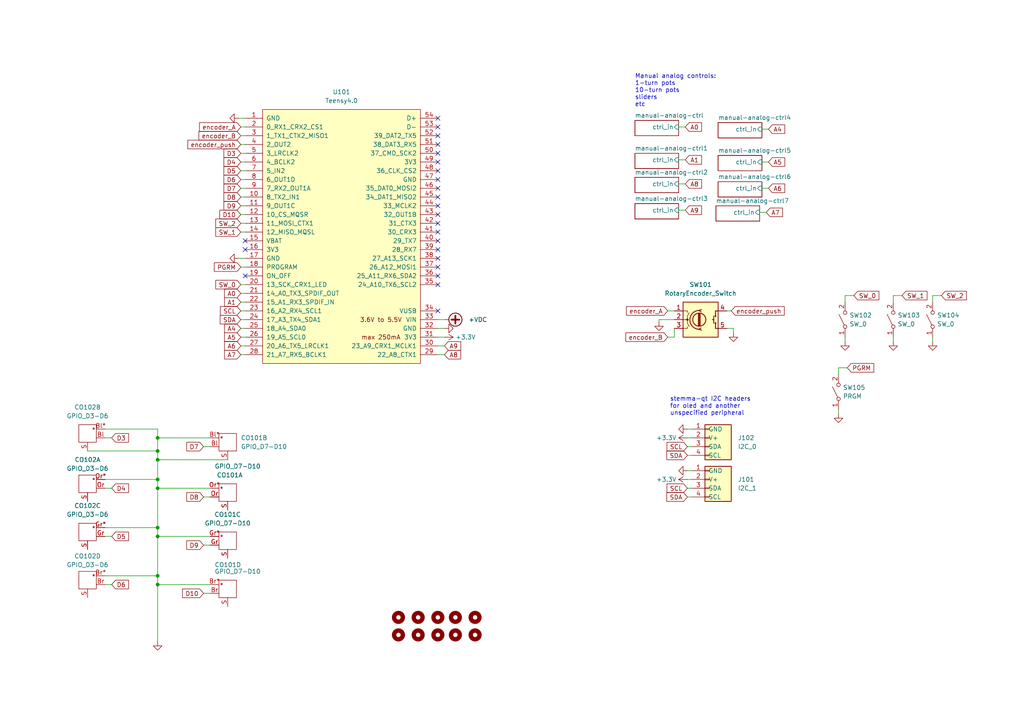
<source format=kicad_sch>
(kicad_sch (version 20230121) (generator eeschema)
  (paper "A4")
  (lib_symbols
    (symbol "Device:RotaryEncoder_Switch" (pin_names (offset 0.254) hide)
      (property "Reference" "SW101" (at 0 10.16 0))
      (property "Value" "RotaryEncoder_Switch" (at 0 7.62 0))
      (symbol "RotaryEncoder_Switch_0_1"
        (rectangle (start -5.08 5.08) (end 5.08 -5.08) (stroke (width 0.254)) (fill (type background)))
        (circle (center -3.81 0) (radius 0.254) (fill (type outline)))
        (circle (center -0.381 0) (radius 1.905) (stroke (width 0.254)))
        (arc (start -0.381 2.667) (mid -3.0988 -0.0635) (end -0.381 -2.794) (stroke (width 0.254)))
        (polyline (pts (xy -0.635 -1.778) (xy -0.635 1.778)) (stroke (width 0.254)))
        (polyline (pts (xy -0.381 -1.778) (xy -0.381 1.778)) (stroke (width 0.254)))
        (polyline (pts (xy -0.127 1.778) (xy -0.127 -1.778)) (stroke (width 0.254)))
        (polyline (pts (xy 3.81 0) (xy 3.429 0)) (stroke (width 0.254)))
        (polyline (pts (xy 3.81 1.016) (xy 3.81 -1.016)) (stroke (width 0.254)))
        (polyline (pts (xy -5.08 -2.54) (xy -3.81 -2.54) (xy -3.81 -2.032)))
        (polyline (pts (xy -5.08 2.54) (xy -3.81 2.54) (xy -3.81 2.032)))
        (polyline (pts (xy 0.254 -3.048) (xy -0.508 -2.794) (xy 0.127 -2.413)) (stroke (width 0.254)))
        (polyline (pts (xy 0.254 2.921) (xy -0.508 2.667) (xy 0.127 2.286)) (stroke (width 0.254)))
        (polyline (pts (xy 5.08 -2.54) (xy 4.318 -2.54) (xy 4.318 -1.016)) (stroke (width 0.254)))
        (polyline (pts (xy 5.08 2.54) (xy 4.318 2.54) (xy 4.318 1.016)) (stroke (width 0.254)))
        (polyline (pts (xy -5.08 0) (xy -3.81 0) (xy -3.81 -1.016) (xy -3.302 -2.032)))
        (polyline (pts (xy -4.318 0) (xy -3.81 0) (xy -3.81 1.016) (xy -3.302 2.032)))
        (circle (center 4.318 -1.016) (radius 0.127) (stroke (width 0.254)))
        (circle (center 4.318 1.016) (radius 0.127) (stroke (width 0.254)))
      )
      (symbol "RotaryEncoder_Switch_1_1"
        (pin passive line (at -7.62 2.54 0) (length 2.54) (name "A") (number "1"))
        (pin passive line (at -7.62 0 0) (length 2.54) (name "C") (number "2"))
        (pin passive line (at -7.62 -2.54 0) (length 2.54) (name "B") (number "3"))
        (pin passive line (at 7.62 2.54 180) (length 2.54) (name "S1") (number "4"))
        (pin passive line (at 7.62 -2.54 180) (length 2.54) (name "S2") (number "5"))
      )
    )
    (symbol "Mechanical:MountingHole" (pin_names (offset 1.016))
      (property "Reference" "H" (at 0 5.08 0))
      (property "Value" "MountingHole" (at 0 3.175 0))
      (symbol "MountingHole_0_1"
        (circle (center 0 0) (radius 1.27) (stroke (width 1.27)))
      )
    )
    (symbol "Switch:SW_SPST" (pin_names (offset 0) hide)
      (property "Reference" "SW" (at 0 3.175 0))
      (property "Value" "SW_SPST" (at 0 -2.54 0))
      (symbol "SW_SPST_0_0"
        (circle (center -2.032 0) (radius 0.508))
        (polyline (pts (xy -1.524 0.254) (xy 1.524 1.778)))
        (circle (center 2.032 0) (radius 0.508))
      )
      (symbol "SW_SPST_1_1"
        (pin passive line (at -5.08 0 0) (length 2.54) (name "A") (number "1"))
        (pin passive line (at 5.08 0 180) (length 2.54) (name "B") (number "2"))
      )
    )
    (symbol "matterwave:RJ45" (pin_names (offset 1.016))
      (property "Reference" "CO" (at -5.334 1.778 0))
      (property "Value" "RJ45" (at -0.254 3.81 0))
      (symbol "RJ45_0_0"
        (text "*" (at 1.778 1.016 0) (effects (font (size 1.27 1.27))))
      )
      (symbol "RJ45_0_1"
        (rectangle (start -2.54 2.54) (end 2.54 -2.54))
        (pin input line (at 0 -5.08 90) (length 2.54) (name "~") (number "S"))
      )
      (symbol "RJ45_1_1"
        (pin input line (at 5.08 -1.27 180) (length 2.54) (name "~") (number "Or"))
        (pin input line (at 5.08 1.27 180) (length 2.54) (name "~") (number "Or*"))
      )
      (symbol "RJ45_2_1"
        (pin input line (at 5.08 -1.27 180) (length 2.54) (name "~") (number "Bl"))
        (pin input line (at 5.08 1.27 180) (length 2.54) (name "~") (number "Bl*"))
      )
      (symbol "RJ45_3_1"
        (pin input line (at 5.08 -1.27 180) (length 2.54) (name "~") (number "Gr"))
        (pin input line (at 5.08 1.27 180) (length 2.54) (name "~") (number "Gr*"))
      )
      (symbol "RJ45_4_1"
        (pin input line (at 5.08 -1.27 180) (length 2.54) (name "~") (number "Br"))
        (pin input line (at 5.08 1.27 180) (length 2.54) (name "~") (number "Br*"))
      )
    )
    (symbol "matterwave:stemma-qt" (pin_names (offset 1.016))
      (property "Reference" "J" (at 0 5.08 0))
      (property "Value" "stemma-qt" (at 0 -7.62 0))
      (symbol "stemma-qt_0_1"
        (rectangle (start -1.27 3.81) (end 6.35 -6.35) (stroke (width 0.254)) (fill (type background)))
      )
      (symbol "stemma-qt_1_1"
        (rectangle (start -1.27 -4.953) (end 0 -5.207) (stroke (width 0.1524)))
        (rectangle (start -1.27 -2.413) (end 0 -2.667) (stroke (width 0.1524)))
        (rectangle (start -1.27 0.127) (end 0 -0.127) (stroke (width 0.1524)))
        (rectangle (start -1.27 2.667) (end 0 2.413) (stroke (width 0.1524)))
        (pin power_in line (at -5.08 2.54 0) (length 3.81) (name "GND") (number "1"))
        (pin power_in line (at -5.08 0 0) (length 3.81) (name "V+") (number "2"))
        (pin bidirectional line (at -5.08 -2.54 0) (length 3.81) (name "SDA") (number "3"))
        (pin bidirectional line (at -5.08 -5.08 0) (length 3.81) (name "SCL") (number "4"))
      )
    )
    (symbol "power:+3.3V" (power) (pin_names (offset 0))
      (property "Value" "+3.3V" (at 0 3.556 0))
      (symbol "+3.3V_0_1"
        (polyline (pts (xy -0.762 1.27) (xy 0 2.54)))
        (polyline (pts (xy 0 0) (xy 0 2.54)))
        (polyline (pts (xy 0 2.54) (xy 0.762 1.27)))
      )
      (symbol "+3.3V_1_1"
        (pin power_in line (at 0 0 90) (length 0) hide (name "+3.3V") (number "1"))
      )
    )
    (symbol "power:+VDC" (power) (pin_names (offset 0))
      (property "Value" "+VDC" (at 0 6.35 0))
      (symbol "+VDC_0_1"
        (polyline (pts (xy -1.143 3.175) (xy 1.143 3.175)) (stroke (width 0.508)))
        (polyline (pts (xy 0 0) (xy 0 1.27)))
        (polyline (pts (xy 0 2.032) (xy 0 4.318)) (stroke (width 0.508)))
        (circle (center 0 3.175) (radius 1.905) (stroke (width 0.254)))
      )
      (symbol "+VDC_1_1"
        (pin power_in line (at 0 0 90) (length 0) hide (name "+VDC") (number "1"))
      )
    )
    (symbol "power:GND" (power) (pin_names (offset 0))
      (property "Value" "GND" (at 0 -3.81 0))
      (symbol "GND_0_1"
        (polyline (pts (xy 0 0) (xy 0 -1.27) (xy 1.27 -1.27) (xy 0 -2.54) (xy -1.27 -1.27) (xy 0 -1.27)))
      )
      (symbol "GND_1_1"
        (pin power_in line (at 0 0 270) (length 0) hide (name "GND") (number "1"))
      )
    )
    (symbol "teensy:Teensy4.0" (pin_names (offset 1.016))
      (property "Reference" "U" (at 0 39.37 0))
      (property "Value" "Teensy4.0" (at 0 -39.37 0))
      (symbol "Teensy4.0_0_0"
        (text "3.6V to 5.5V" (at 11.43 -24.13 0) (effects (font (size 1.27 1.27))))
        (text "max 250mA" (at 11.43 -29.21 0) (effects (font (size 1.27 1.27))))
        (pin bidirectional line (at -27.94 11.43 0) (length 5.08) (name "8_TX2_IN1") (number "10"))
        (pin bidirectional line (at -27.94 8.89 0) (length 5.08) (name "9_OUT1C") (number "11"))
        (pin bidirectional line (at -27.94 6.35 0) (length 5.08) (name "10_CS_MQSR") (number "12"))
        (pin bidirectional line (at -27.94 3.81 0) (length 5.08) (name "11_MOSI_CTX1") (number "13"))
        (pin bidirectional line (at -27.94 1.27 0) (length 5.08) (name "12_MISO_MQSL") (number "14"))
        (pin power_in line (at -27.94 -1.27 0) (length 5.08) (name "VBAT") (number "15"))
        (pin power_in line (at -27.94 -3.81 0) (length 5.08) (name "3V3") (number "16"))
        (pin power_in line (at -27.94 -6.35 0) (length 5.08) (name "GND") (number "17"))
        (pin input line (at -27.94 -8.89 0) (length 5.08) (name "PROGRAM") (number "18"))
        (pin input line (at -27.94 -11.43 0) (length 5.08) (name "ON_OFF") (number "19"))
        (pin bidirectional line (at -27.94 -13.97 0) (length 5.08) (name "13_SCK_CRX1_LED") (number "20"))
        (pin bidirectional line (at -27.94 -16.51 0) (length 5.08) (name "14_A0_TX3_SPDIF_OUT") (number "21"))
        (pin bidirectional line (at -27.94 -19.05 0) (length 5.08) (name "15_A1_RX3_SPDIF_IN") (number "22"))
        (pin bidirectional line (at -27.94 -21.59 0) (length 5.08) (name "16_A2_RX4_SCL1") (number "23"))
        (pin bidirectional line (at -27.94 -24.13 0) (length 5.08) (name "17_A3_TX4_SDA1") (number "24"))
        (pin bidirectional line (at -27.94 -26.67 0) (length 5.08) (name "18_A4_SDA0") (number "25"))
        (pin bidirectional line (at -27.94 -29.21 0) (length 5.08) (name "19_A5_SCL0") (number "26"))
        (pin bidirectional line (at -27.94 -31.75 0) (length 5.08) (name "20_A6_TX5_LRCLK1") (number "27"))
        (pin bidirectional line (at -27.94 -34.29 0) (length 5.08) (name "21_A7_RX5_BCLK1") (number "28"))
        (pin bidirectional line (at 27.94 -34.29 180) (length 5.08) (name "22_A8_CTX1") (number "29"))
        (pin bidirectional line (at 27.94 -31.75 180) (length 5.08) (name "23_A9_CRX1_MCLK1") (number "30"))
        (pin power_out line (at 27.94 -29.21 180) (length 5.08) (name "3V3") (number "31"))
        (pin power_in line (at 27.94 -26.67 180) (length 5.08) (name "GND") (number "32"))
        (pin power_in line (at 27.94 -24.13 180) (length 5.08) (name "VIN") (number "33"))
        (pin power_out line (at 27.94 -21.59 180) (length 5.08) (name "VUSB") (number "34"))
        (pin bidirectional line (at 27.94 -13.97 180) (length 5.08) (name "24_A10_TX6_SCL2") (number "35"))
        (pin bidirectional line (at 27.94 -11.43 180) (length 5.08) (name "25_A11_RX6_SDA2") (number "36"))
        (pin bidirectional line (at 27.94 -8.89 180) (length 5.08) (name "26_A12_MOSI1") (number "37"))
        (pin bidirectional line (at 27.94 -6.35 180) (length 5.08) (name "27_A13_SCK1") (number "38"))
        (pin bidirectional line (at 27.94 -3.81 180) (length 5.08) (name "28_RX7") (number "39"))
        (pin bidirectional line (at 27.94 -1.27 180) (length 5.08) (name "29_TX7") (number "40"))
        (pin bidirectional line (at 27.94 1.27 180) (length 5.08) (name "30_CRX3") (number "41"))
        (pin bidirectional line (at 27.94 3.81 180) (length 5.08) (name "31_CTX3") (number "42"))
        (pin bidirectional line (at 27.94 6.35 180) (length 5.08) (name "32_OUT1B") (number "43"))
        (pin bidirectional line (at 27.94 8.89 180) (length 5.08) (name "33_MCLK2") (number "44"))
        (pin bidirectional line (at 27.94 11.43 180) (length 5.08) (name "34_DAT1_MISO2") (number "45"))
        (pin bidirectional line (at 27.94 13.97 180) (length 5.08) (name "35_DAT0_MOSI2") (number "46"))
        (pin power_out line (at 27.94 16.51 180) (length 5.08) (name "GND") (number "47"))
        (pin bidirectional line (at 27.94 19.05 180) (length 5.08) (name "36_CLK_CS2") (number "48"))
        (pin power_out line (at 27.94 21.59 180) (length 5.08) (name "3V3") (number "49"))
        (pin bidirectional line (at -27.94 24.13 0) (length 5.08) (name "3_LRCLK2") (number "5"))
        (pin bidirectional line (at 27.94 24.13 180) (length 5.08) (name "37_CMD_SCK2") (number "50"))
        (pin bidirectional line (at 27.94 26.67 180) (length 5.08) (name "38_DAT3_RX5") (number "51"))
        (pin bidirectional line (at 27.94 29.21 180) (length 5.08) (name "39_DAT2_TX5") (number "52"))
        (pin bidirectional line (at 27.94 31.75 180) (length 5.08) (name "D-") (number "53"))
        (pin bidirectional line (at 27.94 34.29 180) (length 5.08) (name "D+") (number "54"))
        (pin bidirectional line (at -27.94 21.59 0) (length 5.08) (name "4_BCLK2") (number "6"))
        (pin bidirectional line (at -27.94 19.05 0) (length 5.08) (name "5_IN2") (number "7"))
        (pin bidirectional line (at -27.94 16.51 0) (length 5.08) (name "6_OUT1D") (number "8"))
        (pin bidirectional line (at -27.94 13.97 0) (length 5.08) (name "7_RX2_OUT1A") (number "9"))
      )
      (symbol "Teensy4.0_0_1"
        (rectangle (start -20.32 -31.75) (end -20.32 -31.75))
      )
      (symbol "Teensy4.0_1_1"
        (rectangle (start -22.86 36.83) (end 22.86 -36.83) (fill (type background)))
        (pin power_in line (at -27.94 34.29 0) (length 5.08) (name "GND") (number "1"))
        (pin bidirectional line (at -27.94 31.75 0) (length 5.08) (name "0_RX1_CRX2_CS1") (number "2"))
        (pin bidirectional line (at -27.94 29.21 0) (length 5.08) (name "1_TX1_CTX2_MISO1") (number "3"))
        (pin bidirectional line (at -27.94 26.67 0) (length 5.08) (name "2_OUT2") (number "4"))
      )
    )
  )
  (junction (at 45.72 169.545))
  (junction (at 45.72 127))
  (junction (at 45.72 130.81))
  (junction (at 45.72 139.065))
  (junction (at 45.72 167.005))
  (junction (at 45.72 155.575))
  (junction (at 45.72 141.605))
  (junction (at 45.72 133.35))
  (junction (at 45.72 153.035))
  (no_connect (at 127 64.77))
  (no_connect (at 127 39.37))
  (no_connect (at 127 54.61))
  (no_connect (at 127 34.29))
  (no_connect (at 127 82.55))
  (no_connect (at 127 80.01))
  (no_connect (at 127 69.85))
  (no_connect (at 127 36.83))
  (no_connect (at 127 74.93))
  (no_connect (at 127 46.99))
  (no_connect (at 71.12 80.01))
  (no_connect (at 127 72.39))
  (no_connect (at 127 90.17))
  (no_connect (at 127 62.23))
  (no_connect (at 71.12 72.39))
  (no_connect (at 127 59.69))
  (no_connect (at 127 44.45))
  (no_connect (at 127 52.07))
  (no_connect (at 71.12 69.85))
  (no_connect (at 127 57.15))
  (no_connect (at 127 49.53))
  (no_connect (at 127 41.91))
  (no_connect (at 127 77.47))
  (no_connect (at 127 67.31))
  (wire (pts (xy 45.72 133.35) (xy 66.04 133.35)))
  (wire (pts (xy 245.11 85.725) (xy 245.11 87.63)))
  (wire (pts (xy 261.62 85.725) (xy 259.08 85.725)))
  (wire (pts (xy 210.82 95.25) (xy 212.725 95.25)))
  (wire (pts (xy 69.215 34.29) (xy 71.12 34.29)))
  (wire (pts (xy 69.85 57.15) (xy 71.12 57.15)))
  (wire (pts (xy 196.85 60.96) (xy 198.755 60.96)))
  (wire (pts (xy 196.85 36.83) (xy 198.755 36.83)))
  (wire (pts (xy 30.48 127) (xy 32.385 127)))
  (wire (pts (xy 127 102.87) (xy 128.905 102.87)))
  (wire (pts (xy 60.96 141.605) (xy 45.72 141.605)))
  (wire (pts (xy 45.72 127) (xy 45.72 130.81)))
  (wire (pts (xy 69.85 102.87) (xy 71.12 102.87)))
  (wire (pts (xy 127 92.71) (xy 128.905 92.71)))
  (wire (pts (xy 69.85 62.23) (xy 71.12 62.23)))
  (wire (pts (xy 60.96 144.145) (xy 59.055 144.145)))
  (wire (pts (xy 196.85 46.355) (xy 198.755 46.355)))
  (wire (pts (xy 25.4 130.81) (xy 45.72 130.81)))
  (wire (pts (xy 243.205 118.745) (xy 243.205 120.015)))
  (wire (pts (xy 220.345 61.595) (xy 222.25 61.595)))
  (wire (pts (xy 45.72 169.545) (xy 45.72 186.055)))
  (wire (pts (xy 60.96 155.575) (xy 45.72 155.575)))
  (wire (pts (xy 212.725 95.25) (xy 212.725 96.52)))
  (wire (pts (xy 30.48 167.005) (xy 45.72 167.005)))
  (wire (pts (xy 30.48 139.065) (xy 45.72 139.065)))
  (wire (pts (xy 69.85 95.25) (xy 71.12 95.25)))
  (wire (pts (xy 30.48 141.605) (xy 32.385 141.605)))
  (wire (pts (xy 60.96 158.115) (xy 59.055 158.115)))
  (wire (pts (xy 30.48 153.035) (xy 45.72 153.035)))
  (wire (pts (xy 69.215 74.93) (xy 71.12 74.93)))
  (wire (pts (xy 220.98 54.61) (xy 222.885 54.61)))
  (wire (pts (xy 45.72 139.065) (xy 45.72 141.605)))
  (wire (pts (xy 127 97.79) (xy 128.905 97.79)))
  (wire (pts (xy 220.98 37.465) (xy 222.885 37.465)))
  (wire (pts (xy 199.39 129.54) (xy 200.66 129.54)))
  (wire (pts (xy 191.135 92.71) (xy 191.135 93.345)))
  (wire (pts (xy 69.85 90.17) (xy 71.12 90.17)))
  (wire (pts (xy 243.205 106.68) (xy 243.205 108.585)))
  (wire (pts (xy 69.85 46.99) (xy 71.12 46.99)))
  (wire (pts (xy 199.39 141.605) (xy 200.66 141.605)))
  (wire (pts (xy 210.82 90.17) (xy 212.09 90.17)))
  (wire (pts (xy 195.58 97.79) (xy 193.675 97.79)))
  (wire (pts (xy 69.85 36.83) (xy 71.12 36.83)))
  (wire (pts (xy 69.85 67.31) (xy 71.12 67.31)))
  (wire (pts (xy 45.72 133.35) (xy 45.72 139.065)))
  (wire (pts (xy 69.85 44.45) (xy 71.12 44.45)))
  (wire (pts (xy 45.72 141.605) (xy 45.72 153.035)))
  (wire (pts (xy 199.39 139.065) (xy 200.66 139.065)))
  (wire (pts (xy 199.39 132.08) (xy 200.66 132.08)))
  (wire (pts (xy 60.96 129.54) (xy 59.055 129.54)))
  (wire (pts (xy 245.11 97.79) (xy 245.11 99.06)))
  (wire (pts (xy 270.51 85.725) (xy 270.51 87.63)))
  (wire (pts (xy 195.58 95.25) (xy 195.58 97.79)))
  (wire (pts (xy 60.96 169.545) (xy 45.72 169.545)))
  (wire (pts (xy 193.675 90.17) (xy 195.58 90.17)))
  (wire (pts (xy 127 95.25) (xy 128.905 95.25)))
  (wire (pts (xy 69.85 39.37) (xy 71.12 39.37)))
  (wire (pts (xy 247.65 85.725) (xy 245.11 85.725)))
  (wire (pts (xy 69.85 64.77) (xy 71.12 64.77)))
  (wire (pts (xy 60.96 172.085) (xy 59.055 172.085)))
  (wire (pts (xy 45.72 153.035) (xy 45.72 155.575)))
  (wire (pts (xy 30.48 155.575) (xy 32.385 155.575)))
  (wire (pts (xy 69.85 52.07) (xy 71.12 52.07)))
  (wire (pts (xy 127 100.33) (xy 128.905 100.33)))
  (wire (pts (xy 69.85 41.91) (xy 71.12 41.91)))
  (wire (pts (xy 245.745 106.68) (xy 243.205 106.68)))
  (wire (pts (xy 69.85 87.63) (xy 71.12 87.63)))
  (wire (pts (xy 199.39 144.145) (xy 200.66 144.145)))
  (wire (pts (xy 220.98 46.99) (xy 222.885 46.99)))
  (wire (pts (xy 30.48 169.545) (xy 32.385 169.545)))
  (wire (pts (xy 69.85 49.53) (xy 71.12 49.53)))
  (wire (pts (xy 69.85 85.09) (xy 71.12 85.09)))
  (wire (pts (xy 60.96 127) (xy 45.72 127)))
  (wire (pts (xy 45.72 130.81) (xy 45.72 133.35)))
  (wire (pts (xy 69.85 54.61) (xy 71.12 54.61)))
  (wire (pts (xy 196.85 53.34) (xy 198.755 53.34)))
  (wire (pts (xy 45.72 155.575) (xy 45.72 167.005)))
  (wire (pts (xy 270.51 97.79) (xy 270.51 99.06)))
  (wire (pts (xy 45.72 124.46) (xy 45.72 127)))
  (wire (pts (xy 69.85 92.71) (xy 71.12 92.71)))
  (wire (pts (xy 199.39 124.46) (xy 200.66 124.46)))
  (wire (pts (xy 69.85 59.69) (xy 71.12 59.69)))
  (wire (pts (xy 69.85 82.55) (xy 71.12 82.55)))
  (wire (pts (xy 199.39 136.525) (xy 200.66 136.525)))
  (wire (pts (xy 259.08 85.725) (xy 259.08 87.63)))
  (wire (pts (xy 199.39 127) (xy 200.66 127)))
  (wire (pts (xy 69.85 97.79) (xy 71.12 97.79)))
  (wire (pts (xy 195.58 92.71) (xy 191.135 92.71)))
  (wire (pts (xy 30.48 124.46) (xy 45.72 124.46)))
  (wire (pts (xy 273.05 85.725) (xy 270.51 85.725)))
  (wire (pts (xy 259.08 97.79) (xy 259.08 99.06)))
  (wire (pts (xy 69.85 77.47) (xy 71.12 77.47)))
  (wire (pts (xy 69.85 100.33) (xy 71.12 100.33)))
  (wire (pts (xy 45.72 167.005) (xy 45.72 169.545)))
  (text "stemma-qt I2C headers\nfor oled and another\nunspecified peripheral" (at 194.31 120.65 0) (effects (font (size 1.27 1.27)) (justify left bottom)))
  (text "Manual analog controls:\n1-turn pots\n10-turn pots\nsliders\netc" (at 184.15 31.115 0) (effects (font (size 1.27 1.27)) (justify left bottom)))
  (global_label "SW_2" (shape input) (at 273.05 85.725 0) (property "Intersheetrefs" "${INTERSHEET_REFS}" (effects hide)))
  (global_label "A4" (shape input) (at 222.885 37.465 0) (property "Intersheetrefs" "${INTERSHEET_REFS}" (effects hide)))
  (global_label "D8" (shape input) (at 59.055 144.145 180) (property "Intersheetrefs" "${INTERSHEET_REFS}" (effects hide)))
  (global_label "encoder_A" (shape input) (at 193.675 90.17 180) (property "Intersheetrefs" "${INTERSHEET_REFS}" (effects hide)))
  (global_label "A6" (shape input) (at 69.85 100.33 180) (property "Intersheetrefs" "${INTERSHEET_REFS}" (effects hide)))
  (global_label "SW_1" (shape input) (at 261.62 85.725 0) (property "Intersheetrefs" "${INTERSHEET_REFS}" (effects hide)))
  (global_label "SCL" (shape input) (at 199.39 141.605 180) (property "Intersheetrefs" "${INTERSHEET_REFS}" (effects hide)))
  (global_label "SCL" (shape input) (at 69.85 90.17 180) (property "Intersheetrefs" "${INTERSHEET_REFS}" (effects hide)))
  (global_label "A9" (shape input) (at 128.905 100.33 0) (property "Intersheetrefs" "${INTERSHEET_REFS}" (effects hide)))
  (global_label "SW_2" (shape input) (at 69.85 64.77 180) (property "Intersheetrefs" "${INTERSHEET_REFS}" (effects hide)))
  (global_label "D10" (shape input) (at 59.055 172.085 180) (property "Intersheetrefs" "${INTERSHEET_REFS}" (effects hide)))
  (global_label "A5" (shape input) (at 222.885 46.99 0) (property "Intersheetrefs" "${INTERSHEET_REFS}" (effects hide)))
  (global_label "D6" (shape input) (at 32.385 169.545 0) (property "Intersheetrefs" "${INTERSHEET_REFS}" (effects hide)))
  (global_label "SDA" (shape input) (at 199.39 144.145 180) (property "Intersheetrefs" "${INTERSHEET_REFS}" (effects hide)))
  (global_label "encoder_B" (shape input) (at 193.675 97.79 180) (property "Intersheetrefs" "${INTERSHEET_REFS}" (effects hide)))
  (global_label "D5" (shape input) (at 32.385 155.575 0) (property "Intersheetrefs" "${INTERSHEET_REFS}" (effects hide)))
  (global_label "encoder_push" (shape input) (at 69.85 41.91 180) (property "Intersheetrefs" "${INTERSHEET_REFS}" (effects hide)))
  (global_label "A1" (shape input) (at 198.755 46.355 0) (property "Intersheetrefs" "${INTERSHEET_REFS}" (effects hide)))
  (global_label "A7" (shape input) (at 69.85 102.87 180) (property "Intersheetrefs" "${INTERSHEET_REFS}" (effects hide)))
  (global_label "A6" (shape input) (at 222.885 54.61 0) (property "Intersheetrefs" "${INTERSHEET_REFS}" (effects hide)))
  (global_label "SW_0" (shape input) (at 247.65 85.725 0) (property "Intersheetrefs" "${INTERSHEET_REFS}" (effects hide)))
  (global_label "D10" (shape input) (at 69.85 62.23 180) (property "Intersheetrefs" "${INTERSHEET_REFS}" (effects hide)))
  (global_label "D4" (shape input) (at 69.85 46.99 180) (property "Intersheetrefs" "${INTERSHEET_REFS}" (effects hide)))
  (global_label "A5" (shape input) (at 69.85 97.79 180) (property "Intersheetrefs" "${INTERSHEET_REFS}" (effects hide)))
  (global_label "A8" (shape input) (at 198.755 53.34 0) (property "Intersheetrefs" "${INTERSHEET_REFS}" (effects hide)))
  (global_label "SDA" (shape input) (at 69.85 92.71 180) (property "Intersheetrefs" "${INTERSHEET_REFS}" (effects hide)))
  (global_label "SW_0" (shape input) (at 69.85 82.55 180) (property "Intersheetrefs" "${INTERSHEET_REFS}" (effects hide)))
  (global_label "D5" (shape input) (at 69.85 49.53 180) (property "Intersheetrefs" "${INTERSHEET_REFS}" (effects hide)))
  (global_label "encoder_B" (shape input) (at 69.85 39.37 180) (property "Intersheetrefs" "${INTERSHEET_REFS}" (effects hide)))
  (global_label "D9" (shape input) (at 69.85 59.69 180) (property "Intersheetrefs" "${INTERSHEET_REFS}" (effects hide)))
  (global_label "A4" (shape input) (at 69.85 95.25 180) (property "Intersheetrefs" "${INTERSHEET_REFS}" (effects hide)))
  (global_label "A9" (shape input) (at 198.755 60.96 0) (property "Intersheetrefs" "${INTERSHEET_REFS}" (effects hide)))
  (global_label "D8" (shape input) (at 69.85 57.15 180) (property "Intersheetrefs" "${INTERSHEET_REFS}" (effects hide)))
  (global_label "A0" (shape input) (at 69.85 85.09 180) (property "Intersheetrefs" "${INTERSHEET_REFS}" (effects hide)))
  (global_label "D3" (shape input) (at 32.385 127 0) (property "Intersheetrefs" "${INTERSHEET_REFS}" (effects hide)))
  (global_label "D7" (shape input) (at 59.055 129.54 180) (property "Intersheetrefs" "${INTERSHEET_REFS}" (effects hide)))
  (global_label "D9" (shape input) (at 59.055 158.115 180) (property "Intersheetrefs" "${INTERSHEET_REFS}" (effects hide)))
  (global_label "SCL" (shape input) (at 199.39 129.54 180) (property "Intersheetrefs" "${INTERSHEET_REFS}" (effects hide)))
  (global_label "D3" (shape input) (at 69.85 44.45 180) (property "Intersheetrefs" "${INTERSHEET_REFS}" (effects hide)))
  (global_label "A1" (shape input) (at 69.85 87.63 180) (property "Intersheetrefs" "${INTERSHEET_REFS}" (effects hide)))
  (global_label "A0" (shape input) (at 198.755 36.83 0) (property "Intersheetrefs" "${INTERSHEET_REFS}" (effects hide)))
  (global_label "A8" (shape input) (at 128.905 102.87 0) (property "Intersheetrefs" "${INTERSHEET_REFS}" (effects hide)))
  (global_label "A7" (shape input) (at 222.25 61.595 0) (property "Intersheetrefs" "${INTERSHEET_REFS}" (effects hide)))
  (global_label "PGRM" (shape input) (at 245.745 106.68 0) (property "Intersheetrefs" "${INTERSHEET_REFS}" (effects hide)))
  (global_label "D4" (shape input) (at 32.385 141.605 0) (property "Intersheetrefs" "${INTERSHEET_REFS}" (effects hide)))
  (global_label "SW_1" (shape input) (at 69.85 67.31 180) (property "Intersheetrefs" "${INTERSHEET_REFS}" (effects hide)))
  (global_label "encoder_push" (shape input) (at 212.09 90.17 0) (property "Intersheetrefs" "${INTERSHEET_REFS}" (effects hide)))
  (global_label "PGRM" (shape input) (at 69.85 77.47 180) (property "Intersheetrefs" "${INTERSHEET_REFS}" (effects hide)))
  (global_label "D7" (shape input) (at 69.85 54.61 180) (property "Intersheetrefs" "${INTERSHEET_REFS}" (effects hide)))
  (global_label "D6" (shape input) (at 69.85 52.07 180) (property "Intersheetrefs" "${INTERSHEET_REFS}" (effects hide)))
  (global_label "encoder_A" (shape input) (at 69.85 36.83 180) (property "Intersheetrefs" "${INTERSHEET_REFS}" (effects hide)))
  (global_label "SDA" (shape input) (at 199.39 132.08 180) (property "Intersheetrefs" "${INTERSHEET_REFS}" (effects hide)))
  (symbol (lib_id "power:GND") (at 69.215 74.93 270) (unit 1)
    (property "Reference" "#PWR0102" (effects hide))
    (property "Value" "GND" (effects hide))
  )
  (symbol (lib_id "Mechanical:MountingHole") (at 137.795 184.15 0) (unit 1)
    (property "Reference" "H110" (effects hide))
    (property "Value" "MountingHole" (effects hide))
    (property "Footprint" "MountingHole:MountingHole_3.2mm_M3" (effects hide))
  )
  (symbol (lib_id "power:+VDC") (at 128.905 92.71 270) (unit 1)
    (property "Reference" "#PWR0105" (effects hide))
    (property "Value" "+VDC" (at 135.89 92.71 90) (effects (justify left)))
  )
  (symbol (lib_id "matterwave:RJ45") (at 66.04 128.27 0) (mirror y) (unit 2)
    (property "Reference" "CO101" (at 69.85 127 0) (effects (justify right)))
    (property "Value" "GPIO_D7-D10" (at 69.85 129.54 0) (effects (justify right)))
    (property "Footprint" "matterwave:RJ45" (effects hide))
  )
  (symbol (lib_id "matterwave:RJ45") (at 25.4 154.305 0) (unit 3)
    (property "Reference" "CO102" (at 25.4 146.685 0))
    (property "Value" "GPIO_D3-D6" (at 25.4 149.225 0))
    (property "Footprint" "matterwave:RJ45" (effects hide))
  )
  (symbol (lib_id "teensy:Teensy4.0") (at 99.06 68.58 0) (unit 1)
    (property "Reference" "U101" (at 99.06 26.67 0))
    (property "Value" "Teensy4.0" (at 99.06 29.21 0))
    (property "Footprint" "teensy:Teensy40_reduced" (effects hide))
  )
  (symbol (lib_id "matterwave:stemma-qt") (at 205.74 127 0) (unit 1)
    (property "Reference" "J102" (at 213.995 127 0) (effects (justify left)))
    (property "Value" "I2C_0" (at 213.995 129.54 0) (effects (justify left)))
    (property "Footprint" "Connector_JST:JST_SH_SM04B-SRSS-TB_1x04-1MP_P1.00mm_Horizontal" (effects hide))
    (property "jlcpcb" "C160404" (effects hide))
  )
  (symbol (lib_id "matterwave:RJ45") (at 66.04 156.845 0) (mirror y) (unit 3)
    (property "Reference" "CO101" (at 66.04 149.225 0))
    (property "Value" "GPIO_D7-D10" (at 66.04 151.765 0))
    (property "Footprint" "matterwave:RJ45" (effects hide))
  )
  (symbol (lib_id "Mechanical:MountingHole") (at 121.285 184.15 0) (unit 1)
    (property "Reference" "H102" (effects hide))
    (property "Value" "MountingHole" (effects hide))
    (property "Footprint" "MountingHole:MountingHole_3.2mm_M3" (effects hide))
  )
  (symbol (lib_id "matterwave:RJ45") (at 66.04 142.875 0) (mirror y) (unit 1)
    (property "Reference" "CO101" (at 62.865 137.795 0) (effects (justify right)))
    (property "Value" "GPIO_D7-D10" (at 62.23 135.255 0) (effects (justify right)))
    (property "Footprint" "matterwave:RJ45" (effects hide))
  )
  (symbol (lib_id "power:GND") (at 259.08 99.06 0) (unit 1)
    (property "Reference" "#PWR0113" (effects hide))
    (property "Value" "GND" (effects hide))
  )
  (symbol (lib_id "Switch:SW_SPST") (at 270.51 92.71 90) (unit 1)
    (property "Reference" "SW104" (at 271.78 91.44 90) (effects (justify right)))
    (property "Value" "SW_0" (at 271.78 93.98 90) (effects (justify right)))
    (property "Footprint" "Connector_JST:JST_PH_B2B-PH-SM4-TB_1x02-1MP_P2.00mm_Vertical" (effects hide))
    (property "jlcpcb" "C265003" (effects hide))
  )
  (symbol (lib_id "power:GND") (at 191.135 93.345 0) (unit 1)
    (property "Reference" "#PWR0111" (effects hide))
    (property "Value" "GND" (effects hide))
  )
  (symbol (lib_id "power:+3.3V") (at 128.905 97.79 270) (unit 1)
    (property "Reference" "#PWR0104" (effects hide))
    (property "Value" "+3.3V" (at 132.08 97.79 90) (effects (justify left)))
  )
  (symbol (lib_id "Switch:SW_SPST") (at 245.11 92.71 90) (unit 1)
    (property "Reference" "SW102" (at 246.38 91.44 90) (effects (justify right)))
    (property "Value" "SW_0" (at 246.38 93.98 90) (effects (justify right)))
    (property "Footprint" "Connector_JST:JST_PH_B2B-PH-SM4-TB_1x02-1MP_P2.00mm_Vertical" (effects hide))
    (property "jlcpcb" "C265003" (effects hide))
  )
  (symbol (lib_id "Mechanical:MountingHole") (at 115.57 184.15 0) (unit 1)
    (property "Reference" "H101" (effects hide))
    (property "Value" "MountingHole" (effects hide))
    (property "Footprint" "MountingHole:MountingHole_3.2mm_M3" (effects hide))
  )
  (symbol (lib_id "matterwave:RJ45") (at 25.4 140.335 0) (unit 1)
    (property "Reference" "CO102" (at 25.4 133.35 0))
    (property "Value" "GPIO_D3-D6" (at 25.4 135.89 0))
    (property "Footprint" "matterwave:RJ45" (effects hide))
  )
  (symbol (lib_id "Switch:SW_SPST") (at 259.08 92.71 90) (unit 1)
    (property "Reference" "SW103" (at 260.35 91.44 90) (effects (justify right)))
    (property "Value" "SW_0" (at 260.35 93.98 90) (effects (justify right)))
    (property "Footprint" "Connector_JST:JST_PH_B2B-PH-SM4-TB_1x02-1MP_P2.00mm_Vertical" (effects hide))
    (property "jlcpcb" "C265003" (effects hide))
  )
  (symbol (lib_id "power:+3.3V") (at 199.39 127 90) (unit 1)
    (property "Reference" "#PWR0106" (effects hide))
    (property "Value" "+3.3V" (at 196.215 127 90) (effects (justify left)))
  )
  (symbol (lib_id "power:GND") (at 199.39 124.46 270) (unit 1)
    (property "Reference" "#PWR0107" (effects hide))
    (property "Value" "GND" (effects hide))
  )
  (symbol (lib_id "power:GND") (at 199.39 136.525 270) (unit 1)
    (property "Reference" "#PWR0109" (effects hide))
    (property "Value" "GND" (effects hide))
  )
  (symbol (lib_id "power:GND") (at 69.215 34.29 270) (unit 1)
    (property "Reference" "#PWR0101" (effects hide))
    (property "Value" "GND" (effects hide))
  )
  (symbol (lib_id "Switch:SW_SPST") (at 243.205 113.665 90) (unit 1)
    (property "Reference" "SW105" (at 244.475 112.395 90) (effects (justify right)))
    (property "Value" "PRGM" (at 244.475 114.935 90) (effects (justify right)))
    (property "Footprint" "Connector_JST:JST_PH_B2B-PH-SM4-TB_1x02-1MP_P2.00mm_Vertical" (effects hide))
    (property "jlcpcb" "C265003" (effects hide))
  )
  (symbol (lib_id "Device:RotaryEncoder_Switch") (at 203.2 92.71 0) (unit 1)
    (property "Reference" "SW101" (at 203.2 82.55 0))
    (property "Value" "RotaryEncoder_Switch" (at 203.2 85.09 0))
    (property "Footprint" "Connector_JST:JST_PH_B5B-PH-SM4-TB_1x05-1MP_P2.00mm_Vertical" (effects hide))
    (property "jlcpcb" "C265086" (effects hide))
  )
  (symbol (lib_id "Mechanical:MountingHole") (at 132.08 179.07 0) (unit 1)
    (property "Reference" "H107" (effects hide))
    (property "Value" "MountingHole" (effects hide))
    (property "Footprint" "MountingHole:MountingHole_3.2mm_M3" (effects hide))
  )
  (symbol (lib_id "Mechanical:MountingHole") (at 127 179.07 0) (unit 1)
    (property "Reference" "H106" (effects hide))
    (property "Value" "MountingHole" (effects hide))
    (property "Footprint" "MountingHole:MountingHole_3.2mm_M3" (effects hide))
  )
  (symbol (lib_id "Mechanical:MountingHole") (at 132.08 184.15 0) (unit 1)
    (property "Reference" "H109" (effects hide))
    (property "Value" "MountingHole" (effects hide))
    (property "Footprint" "MountingHole:MountingHole_3.2mm_M3" (effects hide))
  )
  (symbol (lib_id "matterwave:RJ45") (at 66.04 170.815 0) (mirror y) (unit 4)
    (property "Reference" "CO101" (at 62.23 163.83 0) (effects (justify right)))
    (property "Value" "GPIO_D7-D10" (at 62.23 165.735 0) (effects (justify right)))
    (property "Footprint" "matterwave:RJ45" (effects hide))
  )
  (symbol (lib_id "matterwave:stemma-qt") (at 205.74 139.065 0) (unit 1)
    (property "Reference" "J101" (at 213.995 139.065 0) (effects (justify left)))
    (property "Value" "I2C_1" (at 213.995 141.605 0) (effects (justify left)))
    (property "Footprint" "Connector_JST:JST_SH_SM04B-SRSS-TB_1x04-1MP_P1.00mm_Horizontal" (effects hide))
    (property "jlcpcb" "C160404" (effects hide))
  )
  (symbol (lib_id "Mechanical:MountingHole") (at 121.285 179.07 0) (unit 1)
    (property "Reference" "H105" (effects hide))
    (property "Value" "MountingHole" (effects hide))
    (property "Footprint" "MountingHole:MountingHole_3.2mm_M3" (effects hide))
  )
  (symbol (lib_id "power:GND") (at 128.905 95.25 90) (unit 1)
    (property "Reference" "#PWR0103" (effects hide))
    (property "Value" "GND" (effects hide))
  )
  (symbol (lib_id "power:GND") (at 243.205 120.015 0) (unit 1)
    (property "Reference" "#PWR0116" (effects hide))
    (property "Value" "GND" (effects hide))
  )
  (symbol (lib_id "power:GND") (at 245.11 99.06 0) (unit 1)
    (property "Reference" "#PWR0112" (effects hide))
    (property "Value" "GND" (effects hide))
  )
  (symbol (lib_id "Mechanical:MountingHole") (at 115.57 179.07 0) (unit 1)
    (property "Reference" "H104" (effects hide))
    (property "Value" "MountingHole" (effects hide))
    (property "Footprint" "MountingHole:MountingHole_3.2mm_M3" (effects hide))
  )
  (symbol (lib_id "power:GND") (at 45.72 186.055 0) (unit 1)
    (property "Reference" "#PWR0115" (effects hide))
    (property "Value" "GND" (effects hide))
  )
  (symbol (lib_id "power:GND") (at 270.51 99.06 0) (unit 1)
    (property "Reference" "#PWR0114" (effects hide))
    (property "Value" "GND" (effects hide))
  )
  (symbol (lib_id "power:GND") (at 212.725 96.52 0) (unit 1)
    (property "Reference" "#PWR0108" (effects hide))
    (property "Value" "GND" (effects hide))
  )
  (symbol (lib_id "matterwave:RJ45") (at 25.4 168.275 0) (unit 4)
    (property "Reference" "CO102" (at 25.4 161.29 0))
    (property "Value" "GPIO_D3-D6" (at 25.4 163.83 0))
    (property "Footprint" "matterwave:RJ45" (effects hide))
  )
  (symbol (lib_id "matterwave:RJ45") (at 25.4 125.73 0) (unit 2)
    (property "Reference" "CO102" (at 25.4 118.11 0))
    (property "Value" "GPIO_D3-D6" (at 25.4 120.65 0))
    (property "Footprint" "matterwave:RJ45" (effects hide))
  )
  (symbol (lib_id "Mechanical:MountingHole") (at 127 184.15 0) (unit 1)
    (property "Reference" "H103" (effects hide))
    (property "Value" "MountingHole" (effects hide))
    (property "Footprint" "MountingHole:MountingHole_3.2mm_M3" (effects hide))
  )
  (symbol (lib_id "power:+3.3V") (at 199.39 139.065 90) (unit 1)
    (property "Reference" "#PWR0110" (effects hide))
    (property "Value" "+3.3V" (at 196.215 139.065 90) (effects (justify left)))
  )
  (symbol (lib_id "Mechanical:MountingHole") (at 137.795 179.07 0) (unit 1)
    (property "Reference" "H108" (effects hide))
    (property "Value" "MountingHole" (effects hide))
    (property "Footprint" "MountingHole:MountingHole_3.2mm_M3" (effects hide))
  )
  (sheet (at 184.15 44.45) (size 12.7 4.445) (stroke (width 0.1524))
    (property "Sheetname" "manual-analog-ctrl1" (at 184.15 43.7384 0) (effects (justify left bottom)))
    (property "Sheetfile" "manual-analog-ctrl.kicad_sch" (effects hide))
    (pin "ctrl_in" input (at 196.85 46.355 0))
  )
  (sheet (at 208.28 52.705) (size 12.7 4.445) (stroke (width 0.1524))
    (property "Sheetname" "manual-analog-ctrl6" (at 208.28 51.9934 0) (effects (justify left bottom)))
    (property "Sheetfile" "manual-analog-ctrl.kicad_sch" (effects hide))
    (pin "ctrl_in" input (at 220.98 54.61 0))
  )
  (sheet (at 208.28 35.56) (size 12.7 4.445) (stroke (width 0.1524))
    (property "Sheetname" "manual-analog-ctrl4" (at 208.28 34.8484 0) (effects (justify left bottom)))
    (property "Sheetfile" "manual-analog-ctrl.kicad_sch" (effects hide))
    (pin "ctrl_in" input (at 220.98 37.465 0))
  )
  (sheet (at 208.28 45.085) (size 12.7 4.445) (stroke (width 0.1524))
    (property "Sheetname" "manual-analog-ctrl5" (at 208.28 44.3734 0) (effects (justify left bottom)))
    (property "Sheetfile" "manual-analog-ctrl.kicad_sch" (effects hide))
    (pin "ctrl_in" input (at 220.98 46.99 0))
  )
  (sheet (at 184.15 34.925) (size 12.7 4.445) (stroke (width 0.1524))
    (property "Sheetname" "manual-analog-ctrl" (at 184.15 34.2134 0) (effects (justify left bottom)))
    (property "Sheetfile" "manual-analog-ctrl.kicad_sch" (effects hide))
    (pin "ctrl_in" input (at 196.85 36.83 0))
  )
  (sheet (at 207.645 59.69) (size 12.7 4.445) (stroke (width 0.1524))
    (property "Sheetname" "manual-analog-ctrl7" (at 207.645 58.9784 0) (effects (justify left bottom)))
    (property "Sheetfile" "manual-analog-ctrl.kicad_sch" (effects hide))
    (pin "ctrl_in" input (at 220.345 61.595 0))
  )
  (sheet (at 184.15 59.055) (size 12.7 4.445) (stroke (width 0.1524))
    (property "Sheetname" "manual-analog-ctrl3" (at 184.15 58.3434 0) (effects (justify left bottom)))
    (property "Sheetfile" "manual-analog-ctrl.kicad_sch" (effects hide))
    (pin "ctrl_in" input (at 196.85 60.96 0))
  )
  (sheet (at 184.15 51.435) (size 12.7 4.445) (stroke (width 0.1524))
    (property "Sheetname" "manual-analog-ctrl2" (at 184.15 50.7234 0) (effects (justify left bottom)))
    (property "Sheetfile" "manual-analog-ctrl.kicad_sch" (effects hide))
    (pin "ctrl_in" input (at 196.85 53.34 0))
  )
)
</source>
